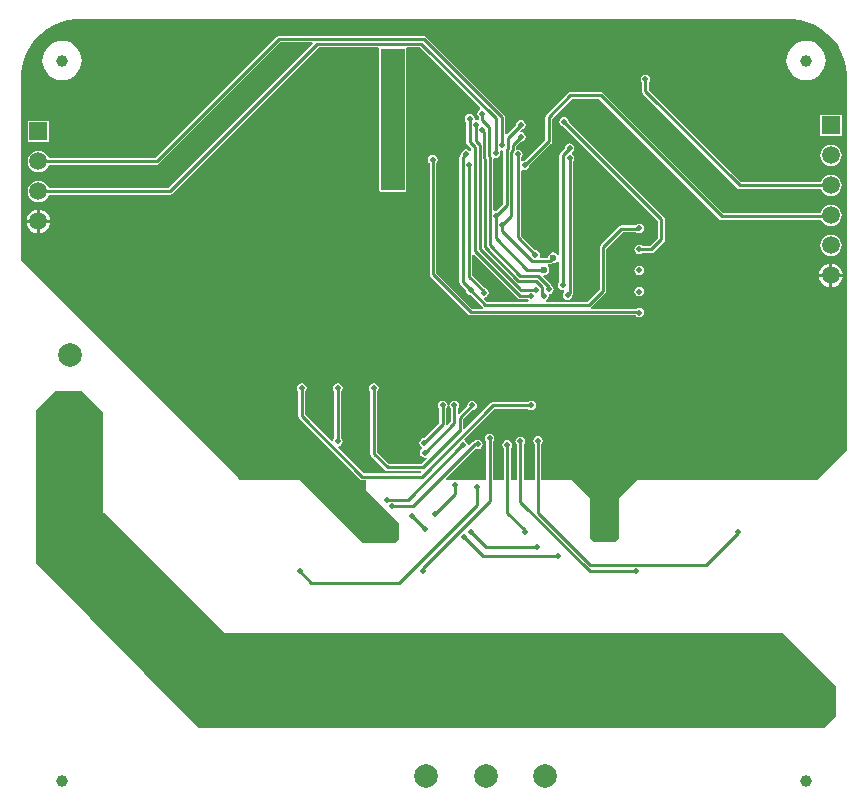
<source format=gbl>
G04*
G04 #@! TF.GenerationSoftware,Altium Limited,Altium Designer,18.1.9 (240)*
G04*
G04 Layer_Physical_Order=2*
G04 Layer_Color=16711680*
%FSLAX25Y25*%
%MOIN*%
G70*
G01*
G75*
%ADD50C,0.01181*%
%ADD51C,0.01000*%
%ADD57C,0.03937*%
%ADD58C,0.07874*%
%ADD59R,0.05906X0.05906*%
%ADD60C,0.05906*%
%ADD61C,0.01968*%
%ADD62C,0.02362*%
G36*
X366053Y357931D02*
X368546Y357263D01*
X370930Y356276D01*
X373165Y354986D01*
X375212Y353415D01*
X377037Y351590D01*
X378608Y349543D01*
X379898Y347308D01*
X380885Y344924D01*
X381553Y342431D01*
X381890Y339873D01*
X381890Y338583D01*
X381890Y338583D01*
X381890Y338583D01*
X381890Y214567D01*
X372047Y204724D01*
X311614Y204724D01*
X305709Y198819D01*
X305709Y185039D01*
X304528Y183858D01*
X297244Y183858D01*
X296063Y185039D01*
X296063Y198819D01*
X290158Y204724D01*
X279862D01*
Y216561D01*
X279882Y216574D01*
X280233Y217098D01*
X280356Y217717D01*
X280233Y218335D01*
X279882Y218859D01*
X279358Y219209D01*
X278740Y219332D01*
X278122Y219209D01*
X277598Y218859D01*
X277248Y218335D01*
X277125Y217717D01*
X277248Y217098D01*
X277598Y216574D01*
X277619Y216561D01*
Y204724D01*
X273956D01*
Y216363D01*
X273976Y216377D01*
X274326Y216901D01*
X274449Y217519D01*
X274326Y218137D01*
X273976Y218661D01*
X273452Y219012D01*
X272834Y219134D01*
X272216Y219012D01*
X271692Y218661D01*
X271342Y218137D01*
X271219Y217519D01*
X271342Y216901D01*
X271692Y216377D01*
X271713Y216363D01*
Y204724D01*
X269625D01*
Y215182D01*
X269646Y215196D01*
X269996Y215720D01*
X270119Y216338D01*
X269996Y216956D01*
X269646Y217480D01*
X269122Y217830D01*
X268503Y217953D01*
X267885Y217830D01*
X267361Y217480D01*
X267011Y216956D01*
X266888Y216338D01*
X267011Y215720D01*
X267361Y215196D01*
X267382Y215182D01*
Y204724D01*
X263720D01*
Y217348D01*
X263740Y217361D01*
X264090Y217885D01*
X264213Y218503D01*
X264090Y219122D01*
X263740Y219646D01*
X263216Y219996D01*
X262598Y220119D01*
X261980Y219996D01*
X261456Y219646D01*
X261106Y219122D01*
X260983Y218503D01*
X261106Y217885D01*
X261456Y217361D01*
X261476Y217348D01*
Y204724D01*
X248200D01*
X248009Y205186D01*
X257937Y215114D01*
X258043Y215043D01*
X258661Y214920D01*
X259280Y215043D01*
X259804Y215393D01*
X260154Y215917D01*
X260277Y216535D01*
X260154Y217154D01*
X259804Y217678D01*
X259280Y218028D01*
X258661Y218151D01*
X258043Y218028D01*
X257519Y217678D01*
X257465Y217596D01*
X257343Y217572D01*
X256979Y217329D01*
X256979Y217329D01*
X255835Y216184D01*
X255553Y216275D01*
X255343Y216400D01*
X255233Y216957D01*
X254882Y217481D01*
X254372Y217822D01*
X254300Y217876D01*
X254203Y218360D01*
X264222Y228379D01*
X275344D01*
X275358Y228358D01*
X275882Y228008D01*
X276500Y227885D01*
X277118Y228008D01*
X277642Y228358D01*
X277992Y228882D01*
X278115Y229500D01*
X277992Y230118D01*
X277642Y230642D01*
X277118Y230992D01*
X276500Y231115D01*
X275882Y230992D01*
X275358Y230642D01*
X275344Y230622D01*
X263757D01*
X263757Y230622D01*
X263328Y230536D01*
X262964Y230293D01*
X254222Y221550D01*
X253721Y221758D01*
Y224885D01*
X256726Y227890D01*
X256750Y227885D01*
X257368Y228008D01*
X257892Y228358D01*
X258242Y228882D01*
X258365Y229500D01*
X258242Y230118D01*
X257892Y230642D01*
X257368Y230992D01*
X256750Y231115D01*
X256132Y230992D01*
X255608Y230642D01*
X255258Y230118D01*
X255135Y229500D01*
X255140Y229476D01*
X252371Y226707D01*
X251909Y226898D01*
Y228372D01*
X251930Y228385D01*
X252280Y228909D01*
X252403Y229528D01*
X252280Y230146D01*
X251930Y230670D01*
X251406Y231020D01*
X250787Y231143D01*
X250169Y231020D01*
X249645Y230670D01*
X249295Y230146D01*
X249172Y229528D01*
X249295Y228909D01*
X249645Y228385D01*
X249666Y228372D01*
Y224002D01*
X248561Y222897D01*
X248100Y223144D01*
X248122Y223250D01*
Y228344D01*
X248142Y228358D01*
X248492Y228882D01*
X248615Y229500D01*
X248492Y230118D01*
X248142Y230642D01*
X247618Y230992D01*
X247000Y231115D01*
X246382Y230992D01*
X245858Y230642D01*
X245508Y230118D01*
X245385Y229500D01*
X245508Y228882D01*
X245858Y228358D01*
X245879Y228344D01*
Y223715D01*
X240774Y218610D01*
X240750Y218615D01*
X240132Y218492D01*
X239608Y218142D01*
X239258Y217618D01*
X239135Y217000D01*
X239258Y216382D01*
X239608Y215858D01*
X240005Y215592D01*
X240070Y215164D01*
X240043Y215016D01*
X239858Y214892D01*
X239508Y214368D01*
X239385Y213750D01*
X239508Y213132D01*
X239858Y212608D01*
X240382Y212258D01*
X241000Y212135D01*
X241426Y212220D01*
X241673Y211759D01*
X239882Y209968D01*
X229118D01*
X225137Y213949D01*
Y234080D01*
X225158Y234094D01*
X225508Y234618D01*
X225631Y235236D01*
X225508Y235854D01*
X225158Y236378D01*
X224634Y236729D01*
X224016Y236852D01*
X223398Y236729D01*
X222874Y236378D01*
X222523Y235854D01*
X222400Y235236D01*
X222523Y234618D01*
X222874Y234094D01*
X222894Y234080D01*
Y213484D01*
X222894Y213484D01*
X222980Y213055D01*
X223223Y212691D01*
X227860Y208054D01*
X227860Y208054D01*
X228224Y207811D01*
X228653Y207725D01*
X239689D01*
X239896Y207225D01*
X239543Y206872D01*
X220699D01*
X212148Y215423D01*
X212313Y215965D01*
X212626Y216027D01*
X213150Y216377D01*
X213500Y216901D01*
X213623Y217520D01*
X213500Y218138D01*
X213150Y218662D01*
X213129Y218676D01*
Y234080D01*
X213150Y234094D01*
X213500Y234618D01*
X213623Y235236D01*
X213500Y235854D01*
X213150Y236378D01*
X212626Y236729D01*
X212008Y236852D01*
X211390Y236729D01*
X210866Y236378D01*
X210515Y235854D01*
X210393Y235236D01*
X210515Y234618D01*
X210866Y234094D01*
X210886Y234080D01*
Y218676D01*
X210866Y218662D01*
X210515Y218138D01*
X210453Y217824D01*
X209911Y217660D01*
X201122Y226449D01*
Y234080D01*
X201142Y234094D01*
X201492Y234618D01*
X201615Y235236D01*
X201492Y235854D01*
X201142Y236378D01*
X200618Y236729D01*
X200000Y236852D01*
X199382Y236729D01*
X198858Y236378D01*
X198508Y235854D01*
X198385Y235236D01*
X198508Y234618D01*
X198858Y234094D01*
X198878Y234080D01*
Y225984D01*
X198878Y225984D01*
X198964Y225555D01*
X199207Y225191D01*
X219174Y205224D01*
D01*
X219441Y204957D01*
X219441Y204957D01*
X219805Y204714D01*
X220234Y204628D01*
X221260D01*
X221260Y201181D01*
X232283Y190157D01*
X232283Y184843D01*
X231102Y183661D01*
X220275Y183661D01*
X199213Y204724D01*
X179528D01*
X106299Y277953D01*
X106299Y338583D01*
X106299Y339873D01*
X106636Y342431D01*
X107304Y344924D01*
X108291Y347308D01*
X109581Y349542D01*
X111152Y351589D01*
X112977Y353414D01*
X115024Y354985D01*
X117259Y356275D01*
X119642Y357263D01*
X122135Y357930D01*
X124693Y358267D01*
X125983Y358267D01*
X125983Y358267D01*
X362205Y358268D01*
X363495Y358268D01*
X366053Y357931D01*
D02*
G37*
G36*
X133858Y227165D02*
X133858Y194094D01*
X174409Y153543D01*
X360276Y153543D01*
X377953Y135866D01*
X377953Y125984D01*
X374016Y122047D01*
X165436D01*
X111417Y176901D01*
Y227953D01*
X117716Y234252D01*
X126772Y234252D01*
X133858Y227165D01*
D02*
G37*
%LPC*%
G36*
X240644Y352796D02*
X240644Y352796D01*
X192384D01*
X192384Y352796D01*
X191954Y352711D01*
X191590Y352468D01*
X151110Y311988D01*
X115586D01*
X115308Y312658D01*
X114739Y313400D01*
X113996Y313969D01*
X113132Y314327D01*
X112205Y314450D01*
X111277Y314327D01*
X110413Y313969D01*
X109671Y313400D01*
X109101Y312658D01*
X108743Y311794D01*
X108621Y310866D01*
X108743Y309939D01*
X109101Y309074D01*
X109671Y308332D01*
X110413Y307763D01*
X111277Y307405D01*
X112205Y307283D01*
X113132Y307405D01*
X113996Y307763D01*
X114739Y308332D01*
X115308Y309074D01*
X115586Y309745D01*
X151575D01*
X151575Y309745D01*
X152004Y309830D01*
X152368Y310073D01*
X192848Y350553D01*
X203432D01*
X203623Y350091D01*
X155520Y301988D01*
X115586D01*
X115308Y302658D01*
X114739Y303400D01*
X113996Y303970D01*
X113132Y304327D01*
X112205Y304450D01*
X111277Y304327D01*
X110413Y303970D01*
X109671Y303400D01*
X109101Y302658D01*
X108743Y301794D01*
X108621Y300866D01*
X108743Y299939D01*
X109101Y299074D01*
X109671Y298332D01*
X110413Y297763D01*
X111277Y297405D01*
X112205Y297283D01*
X113132Y297405D01*
X113996Y297763D01*
X114739Y298332D01*
X115308Y299074D01*
X115586Y299745D01*
X155984D01*
X155984Y299745D01*
X156413Y299830D01*
X156777Y300073D01*
X205658Y348953D01*
X225406D01*
X225740Y348453D01*
X225729Y348425D01*
Y301181D01*
X225919Y300722D01*
X226378Y300532D01*
X234252D01*
X234711Y300722D01*
X234901Y301181D01*
Y348425D01*
X234890Y348453D01*
X235224Y348953D01*
X239375D01*
X259552Y328777D01*
X259390Y328231D01*
X258958Y327942D01*
X258608Y327418D01*
X258485Y326800D01*
X258608Y326182D01*
X258958Y325658D01*
X258979Y325644D01*
Y324911D01*
X258931Y324835D01*
X258615Y324575D01*
X258503Y324535D01*
X258100Y324615D01*
X257936Y324583D01*
X257583Y324936D01*
X257615Y325100D01*
X257492Y325718D01*
X257142Y326242D01*
X256618Y326592D01*
X256000Y326715D01*
X255382Y326592D01*
X254858Y326242D01*
X254508Y325718D01*
X254385Y325100D01*
X254508Y324482D01*
X254794Y324053D01*
Y317322D01*
X254794Y317321D01*
X254880Y316892D01*
X255123Y316529D01*
X256544Y315107D01*
Y314316D01*
X256044Y314165D01*
X255892Y314392D01*
X255368Y314742D01*
X254750Y314865D01*
X254132Y314742D01*
X253608Y314392D01*
X253258Y313868D01*
X253135Y313250D01*
X253140Y313226D01*
X252873Y312959D01*
X252630Y312595D01*
X252544Y312166D01*
X252544Y312166D01*
Y270547D01*
X252544Y270547D01*
X252630Y270118D01*
X252873Y269754D01*
X254689Y267938D01*
X254684Y267913D01*
X254807Y267295D01*
X255157Y266771D01*
X255681Y266421D01*
X256299Y266298D01*
X256324Y266303D01*
X260375Y262251D01*
X260343Y262035D01*
X260197Y261752D01*
X256764D01*
X244822Y273693D01*
Y310261D01*
X244843Y310275D01*
X245193Y310799D01*
X245316Y311417D01*
X245193Y312035D01*
X244843Y312560D01*
X244319Y312910D01*
X243701Y313033D01*
X243083Y312910D01*
X242559Y312560D01*
X242209Y312035D01*
X242086Y311417D01*
X242209Y310799D01*
X242559Y310275D01*
X242579Y310261D01*
Y273228D01*
X242579Y273228D01*
X242665Y272799D01*
X242908Y272435D01*
X255506Y259837D01*
X255506Y259837D01*
X255870Y259594D01*
X256299Y259508D01*
X256299Y259508D01*
X311249D01*
X311375Y259318D01*
X311900Y258968D01*
X312518Y258845D01*
X313136Y258968D01*
X313660Y259318D01*
X314010Y259842D01*
X314133Y260461D01*
X314010Y261079D01*
X313660Y261603D01*
X313136Y261953D01*
X312518Y262076D01*
X311900Y261953D01*
X311598Y261752D01*
X296692D01*
X296547Y262035D01*
X296515Y262251D01*
X301187Y266923D01*
X301187Y266923D01*
X301430Y267287D01*
X301515Y267717D01*
Y281819D01*
X306961Y287264D01*
X311515D01*
X311900Y287008D01*
X312518Y286885D01*
X313136Y287008D01*
X313660Y287358D01*
X314010Y287882D01*
X314133Y288500D01*
X314010Y289118D01*
X313660Y289642D01*
X313136Y289992D01*
X312518Y290115D01*
X311900Y289992D01*
X311375Y289642D01*
X311285Y289507D01*
X306496D01*
X306067Y289422D01*
X305703Y289179D01*
X305703Y289179D01*
X299601Y283077D01*
X299358Y282713D01*
X299272Y282283D01*
X299272Y282283D01*
Y268181D01*
X295205Y264114D01*
X281398D01*
X281318Y264608D01*
X281842Y264958D01*
X282192Y265482D01*
X282315Y266100D01*
X282315Y266100D01*
X282316Y266104D01*
X282400Y266585D01*
X283018Y266708D01*
X283542Y267058D01*
X283892Y267582D01*
X284015Y268200D01*
X283892Y268818D01*
X283542Y269342D01*
X283442Y269409D01*
X283436Y269440D01*
X283193Y269803D01*
X283193Y269803D01*
X280473Y272524D01*
X280708Y272987D01*
X281403Y273125D01*
X281992Y273518D01*
X282386Y274108D01*
X282524Y274803D01*
X282386Y275498D01*
X282021Y276044D01*
X282070Y276251D01*
X282207Y276544D01*
X282784D01*
X282784Y276544D01*
X283213Y276630D01*
X283577Y276873D01*
X283666Y276962D01*
X283858Y276924D01*
X284553Y277062D01*
X285142Y277456D01*
X285386Y277821D01*
X285886Y277670D01*
Y270661D01*
X285858Y270642D01*
X285508Y270118D01*
X285385Y269500D01*
X285508Y268882D01*
X285858Y268358D01*
X286382Y268008D01*
X287000Y267885D01*
X287314Y267947D01*
X287509Y267476D01*
X287458Y267442D01*
X287108Y266918D01*
X286985Y266300D01*
X287108Y265682D01*
X287458Y265158D01*
X287982Y264808D01*
X288600Y264685D01*
X289218Y264808D01*
X289742Y265158D01*
X290092Y265682D01*
X290215Y266300D01*
X290198Y266388D01*
X290286Y266521D01*
X290372Y266950D01*
X290371Y266950D01*
Y310844D01*
X290392Y310858D01*
X290742Y311382D01*
X290865Y312000D01*
X290742Y312618D01*
X290392Y313142D01*
X290105Y313334D01*
Y313916D01*
X290392Y314108D01*
X290742Y314632D01*
X290865Y315250D01*
X290742Y315868D01*
X290392Y316392D01*
X289868Y316742D01*
X289250Y316865D01*
X288632Y316742D01*
X288108Y316392D01*
X287758Y315868D01*
X287635Y315250D01*
X287640Y315226D01*
X286215Y313801D01*
X285972Y313437D01*
X285886Y313008D01*
X285886Y313008D01*
Y279811D01*
X285386Y279659D01*
X285142Y280024D01*
X284553Y280418D01*
X283858Y280556D01*
X283163Y280418D01*
X282574Y280024D01*
X282181Y279435D01*
X282052Y278787D01*
X279568D01*
X279273Y279287D01*
X279365Y279750D01*
X279242Y280368D01*
X278892Y280892D01*
X278368Y281242D01*
X277750Y281365D01*
X277726Y281360D01*
X273122Y285965D01*
Y307818D01*
X273563Y308054D01*
X273632Y308008D01*
X274250Y307885D01*
X274868Y308008D01*
X275392Y308358D01*
X275742Y308882D01*
X275865Y309500D01*
X275860Y309524D01*
X283077Y316740D01*
X283077Y316740D01*
X283320Y317104D01*
X283405Y317533D01*
X283405Y317533D01*
Y325126D01*
X290032Y331752D01*
X299142D01*
X339168Y291727D01*
X339531Y291483D01*
X339961Y291398D01*
X339961Y291398D01*
X373128D01*
X373275Y291043D01*
X373844Y290301D01*
X374586Y289731D01*
X375450Y289373D01*
X376378Y289251D01*
X377305Y289373D01*
X378170Y289731D01*
X378912Y290301D01*
X379481Y291043D01*
X379839Y291907D01*
X379961Y292835D01*
X379839Y293762D01*
X379481Y294626D01*
X378912Y295369D01*
X378170Y295938D01*
X377305Y296296D01*
X376378Y296418D01*
X375450Y296296D01*
X374586Y295938D01*
X373844Y295369D01*
X373275Y294626D01*
X372917Y293762D01*
X372901Y293641D01*
X340425D01*
X300399Y333667D01*
X300036Y333910D01*
X299606Y333996D01*
X299606Y333996D01*
X289567D01*
X289138Y333910D01*
X288774Y333667D01*
X288774Y333667D01*
X281490Y326384D01*
X281247Y326020D01*
X281162Y325590D01*
X281162Y325590D01*
Y317998D01*
X274274Y311110D01*
X274250Y311115D01*
X273632Y310992D01*
X273563Y310946D01*
X273122Y311182D01*
Y312044D01*
X273142Y312058D01*
X273492Y312582D01*
X273615Y313200D01*
X273492Y313818D01*
X273142Y314342D01*
X272618Y314692D01*
X272000Y314815D01*
X271892Y314794D01*
X271506Y315111D01*
Y315920D01*
X272976Y317390D01*
X273000Y317385D01*
X273618Y317508D01*
X274142Y317858D01*
X274492Y318382D01*
X274615Y319000D01*
X274492Y319618D01*
X274142Y320142D01*
X273618Y320492D01*
X273000Y320615D01*
X272886Y320593D01*
X272639Y321053D01*
X272976Y321390D01*
X273000Y321385D01*
X273618Y321508D01*
X274142Y321858D01*
X274492Y322382D01*
X274615Y323000D01*
X274492Y323618D01*
X274142Y324142D01*
X273618Y324492D01*
X273000Y324615D01*
X272382Y324492D01*
X271858Y324142D01*
X271508Y323618D01*
X271385Y323000D01*
X271390Y322976D01*
X268321Y319908D01*
X267822Y320115D01*
Y325619D01*
X267822Y325619D01*
X267736Y326048D01*
X267493Y326412D01*
X267493Y326412D01*
X241437Y352468D01*
X241073Y352711D01*
X240644Y352796D01*
D02*
G37*
G36*
X368110Y351025D02*
X366835Y350900D01*
X365609Y350528D01*
X364478Y349923D01*
X363488Y349111D01*
X362675Y348120D01*
X362071Y346990D01*
X361699Y345763D01*
X361573Y344488D01*
X361699Y343213D01*
X362071Y341987D01*
X362675Y340856D01*
X363488Y339866D01*
X364478Y339053D01*
X365609Y338449D01*
X366835Y338077D01*
X368110Y337951D01*
X369386Y338077D01*
X370612Y338449D01*
X371742Y339053D01*
X372733Y339866D01*
X373546Y340856D01*
X374150Y341987D01*
X374522Y343213D01*
X374647Y344488D01*
X374522Y345763D01*
X374150Y346990D01*
X373546Y348120D01*
X372733Y349111D01*
X371742Y349923D01*
X370612Y350528D01*
X369386Y350900D01*
X368110Y351025D01*
D02*
G37*
G36*
X120079D02*
X118803Y350900D01*
X117577Y350528D01*
X116447Y349923D01*
X115456Y349111D01*
X114643Y348120D01*
X114039Y346990D01*
X113667Y345763D01*
X113542Y344488D01*
X113667Y343213D01*
X114039Y341987D01*
X114643Y340856D01*
X115456Y339866D01*
X116447Y339053D01*
X117577Y338449D01*
X118803Y338077D01*
X120079Y337951D01*
X121354Y338077D01*
X122580Y338449D01*
X123711Y339053D01*
X124701Y339866D01*
X125514Y340856D01*
X126118Y341987D01*
X126490Y343213D01*
X126616Y344488D01*
X126490Y345763D01*
X126118Y346990D01*
X125514Y348120D01*
X124701Y349111D01*
X123711Y349923D01*
X122580Y350528D01*
X121354Y350900D01*
X120079Y351025D01*
D02*
G37*
G36*
X379931Y326387D02*
X372825D01*
Y319282D01*
X379931D01*
Y326387D01*
D02*
G37*
G36*
X115758Y324419D02*
X108652D01*
Y317313D01*
X115758D01*
Y324419D01*
D02*
G37*
G36*
X376378Y316418D02*
X375450Y316296D01*
X374586Y315938D01*
X373844Y315369D01*
X373275Y314626D01*
X372917Y313762D01*
X372795Y312835D01*
X372917Y311907D01*
X373275Y311043D01*
X373844Y310301D01*
X374586Y309731D01*
X375450Y309373D01*
X376378Y309251D01*
X377305Y309373D01*
X378170Y309731D01*
X378912Y310301D01*
X379481Y311043D01*
X379839Y311907D01*
X379961Y312835D01*
X379839Y313762D01*
X379481Y314626D01*
X378912Y315369D01*
X378170Y315938D01*
X377305Y316296D01*
X376378Y316418D01*
D02*
G37*
G36*
X314567Y339804D02*
X313949Y339681D01*
X313425Y339331D01*
X313075Y338807D01*
X312952Y338189D01*
X313075Y337571D01*
X313425Y337047D01*
X313445Y337033D01*
Y334252D01*
X313445Y334252D01*
X313531Y333823D01*
X313774Y333459D01*
X345191Y302042D01*
X345555Y301799D01*
X345984Y301713D01*
X345984Y301713D01*
X372997D01*
X373275Y301043D01*
X373844Y300301D01*
X374586Y299731D01*
X375450Y299373D01*
X376378Y299251D01*
X377305Y299373D01*
X378170Y299731D01*
X378912Y300301D01*
X379481Y301043D01*
X379839Y301907D01*
X379961Y302835D01*
X379839Y303762D01*
X379481Y304626D01*
X378912Y305368D01*
X378170Y305938D01*
X377305Y306296D01*
X376378Y306418D01*
X375450Y306296D01*
X374586Y305938D01*
X373844Y305368D01*
X373275Y304626D01*
X372997Y303956D01*
X346449D01*
X315688Y334717D01*
Y337033D01*
X315709Y337047D01*
X316059Y337571D01*
X316182Y338189D01*
X316059Y338807D01*
X315709Y339331D01*
X315185Y339681D01*
X314567Y339804D01*
D02*
G37*
G36*
X112705Y294787D02*
Y291366D01*
X116126D01*
X116056Y291898D01*
X115657Y292860D01*
X115024Y293685D01*
X114198Y294319D01*
X113237Y294717D01*
X112705Y294787D01*
D02*
G37*
G36*
X111705D02*
X111173Y294717D01*
X110211Y294319D01*
X109386Y293685D01*
X108752Y292860D01*
X108354Y291898D01*
X108284Y291366D01*
X111705D01*
Y294787D01*
D02*
G37*
G36*
X116126Y290366D02*
X112705D01*
Y286945D01*
X113237Y287015D01*
X114198Y287413D01*
X115024Y288047D01*
X115657Y288873D01*
X116056Y289834D01*
X116126Y290366D01*
D02*
G37*
G36*
X111705D02*
X108284D01*
X108354Y289834D01*
X108752Y288873D01*
X109386Y288047D01*
X110211Y287413D01*
X111173Y287015D01*
X111705Y286945D01*
Y290366D01*
D02*
G37*
G36*
X287402Y325631D02*
X286783Y325508D01*
X286259Y325158D01*
X285909Y324634D01*
X285786Y324016D01*
X285909Y323398D01*
X286259Y322874D01*
X286783Y322523D01*
X287402Y322400D01*
X287426Y322405D01*
X318760Y291071D01*
Y285307D01*
X316071Y282618D01*
X313676D01*
X313660Y282642D01*
X313136Y282992D01*
X312518Y283115D01*
X311900Y282992D01*
X311375Y282642D01*
X311025Y282118D01*
X310902Y281500D01*
X311025Y280882D01*
X311375Y280358D01*
X311900Y280008D01*
X312518Y279885D01*
X313136Y280008D01*
X313660Y280358D01*
X313671Y280375D01*
X316535D01*
X316535Y280375D01*
X316965Y280460D01*
X317329Y280703D01*
X320675Y284049D01*
X320675Y284050D01*
X320918Y284413D01*
X321004Y284842D01*
X321003Y284843D01*
Y291535D01*
X321004Y291535D01*
X320918Y291965D01*
X320675Y292329D01*
X320675Y292329D01*
X289012Y323991D01*
X289017Y324016D01*
X288894Y324634D01*
X288544Y325158D01*
X288020Y325508D01*
X287402Y325631D01*
D02*
G37*
G36*
X376378Y286418D02*
X375450Y286296D01*
X374586Y285938D01*
X373844Y285368D01*
X373275Y284626D01*
X372917Y283762D01*
X372795Y282835D01*
X372917Y281907D01*
X373275Y281043D01*
X373844Y280301D01*
X374586Y279731D01*
X375450Y279373D01*
X376378Y279251D01*
X377305Y279373D01*
X378170Y279731D01*
X378912Y280301D01*
X379481Y281043D01*
X379839Y281907D01*
X379961Y282835D01*
X379839Y283762D01*
X379481Y284626D01*
X378912Y285368D01*
X378170Y285938D01*
X377305Y286296D01*
X376378Y286418D01*
D02*
G37*
G36*
X376878Y276756D02*
Y273335D01*
X380299D01*
X380229Y273867D01*
X379831Y274828D01*
X379197Y275654D01*
X378371Y276287D01*
X377410Y276686D01*
X376878Y276756D01*
D02*
G37*
G36*
X375878Y276756D02*
X375346Y276686D01*
X374384Y276287D01*
X373559Y275654D01*
X372925Y274828D01*
X372527Y273867D01*
X372457Y273335D01*
X375878D01*
Y276756D01*
D02*
G37*
G36*
X312518Y276115D02*
X311900Y275992D01*
X311375Y275642D01*
X311025Y275118D01*
X310902Y274500D01*
X311025Y273882D01*
X311375Y273358D01*
X311900Y273008D01*
X312518Y272885D01*
X313136Y273008D01*
X313660Y273358D01*
X314010Y273882D01*
X314133Y274500D01*
X314010Y275118D01*
X313660Y275642D01*
X313136Y275992D01*
X312518Y276115D01*
D02*
G37*
G36*
X380299Y272335D02*
X376878D01*
Y268914D01*
X377410Y268984D01*
X378371Y269382D01*
X379197Y270016D01*
X379831Y270841D01*
X380229Y271803D01*
X380299Y272335D01*
D02*
G37*
G36*
X375878D02*
X372457D01*
X372527Y271803D01*
X372925Y270841D01*
X373559Y270016D01*
X374384Y269382D01*
X375346Y268984D01*
X375878Y268914D01*
Y272335D01*
D02*
G37*
G36*
X312518Y269076D02*
X311900Y268953D01*
X311375Y268603D01*
X311025Y268079D01*
X310902Y267461D01*
X311025Y266843D01*
X311375Y266318D01*
X311900Y265968D01*
X312518Y265845D01*
X313136Y265968D01*
X313660Y266318D01*
X314010Y266843D01*
X314133Y267461D01*
X314010Y268079D01*
X313660Y268603D01*
X313136Y268953D01*
X312518Y269076D01*
D02*
G37*
%LPD*%
G36*
X267128Y314210D02*
Y296715D01*
X264774Y294360D01*
X264750Y294365D01*
X264256Y294267D01*
X263756Y294547D01*
Y311603D01*
X264256Y311953D01*
X264600Y311885D01*
X265218Y312008D01*
X265742Y312358D01*
X266092Y312882D01*
X266215Y313500D01*
X266096Y314098D01*
X266221Y314314D01*
X266368Y314539D01*
X266745Y314556D01*
X267128Y314210D01*
D02*
G37*
G36*
X234252Y301181D02*
X226378D01*
Y348425D01*
X234252D01*
Y301181D01*
D02*
G37*
G36*
X271944Y265207D02*
X271944Y265207D01*
X272308Y264964D01*
X272737Y264878D01*
X272737Y264879D01*
X275343D01*
X275346Y264875D01*
X275358Y264858D01*
X275375Y264846D01*
X275632Y264589D01*
X275480Y264114D01*
X261685D01*
X260770Y265028D01*
X260935Y265571D01*
X261247Y265633D01*
X261772Y265983D01*
X262122Y266507D01*
X262245Y267126D01*
X262122Y267744D01*
X261772Y268268D01*
X261247Y268618D01*
X261149Y268637D01*
X256872Y272915D01*
Y279573D01*
X257371Y279780D01*
X271944Y265207D01*
D02*
G37*
D50*
X242719Y234573D02*
D03*
Y239691D02*
D03*
Y244809D02*
D03*
Y249927D02*
D03*
X247837Y234573D02*
D03*
Y239691D02*
D03*
Y244809D02*
D03*
Y249927D02*
D03*
X252955Y234573D02*
D03*
Y239691D02*
D03*
Y244809D02*
D03*
Y249927D02*
D03*
X258073Y234573D02*
D03*
Y239691D02*
D03*
Y244809D02*
D03*
Y249927D02*
D03*
X263191Y234573D02*
D03*
Y239691D02*
D03*
Y244809D02*
D03*
Y249927D02*
D03*
X268309Y234573D02*
D03*
Y239691D02*
D03*
Y244809D02*
D03*
Y249927D02*
D03*
X288781Y234573D02*
D03*
Y239691D02*
D03*
Y244809D02*
D03*
Y249927D02*
D03*
X283663Y234573D02*
D03*
Y239691D02*
D03*
Y244809D02*
D03*
Y249927D02*
D03*
X273427Y234573D02*
D03*
Y239691D02*
D03*
Y244809D02*
D03*
Y249927D02*
D03*
X278545D02*
D03*
Y244809D02*
D03*
Y239691D02*
D03*
Y234573D02*
D03*
D51*
X224016Y213484D02*
Y235236D01*
Y213484D02*
X228653Y208847D01*
X212008Y217520D02*
Y235236D01*
X200000Y225984D02*
X220234Y205750D01*
X200000Y225984D02*
Y235236D01*
X262598Y197598D02*
Y218503D01*
X240250Y175250D02*
X262598Y197598D01*
X268503Y193788D02*
Y216338D01*
X272834Y197344D02*
Y217519D01*
X278740Y193702D02*
Y217717D01*
X278740Y193701D02*
X278740Y193702D01*
X257772Y216535D02*
X258661D01*
X263757Y229500D02*
X276500D01*
X237236Y196000D02*
X257772Y216535D01*
X240007Y205750D02*
X263757Y229500D01*
X253543Y216339D02*
X253740D01*
X235289Y198084D02*
X253543Y216339D01*
X278740Y193701D02*
X296063Y176378D01*
X272834Y197344D02*
X295928Y174250D01*
X311250D01*
X268503Y193788D02*
X274250Y188041D01*
Y187250D02*
Y188041D01*
X228399Y198084D02*
X235289D01*
X220234Y205750D02*
X240007D01*
X260629Y267126D02*
Y267571D01*
X255750Y272450D02*
X260629Y267571D01*
X253666Y270547D02*
X256299Y267913D01*
X253666Y270547D02*
Y312166D01*
X261221Y262992D02*
X295669D01*
X256299Y267913D02*
X261221Y262992D01*
X312348Y260630D02*
X312518Y260461D01*
X256299Y260630D02*
X312348D01*
X312598Y281496D02*
X316535D01*
X319882Y284842D01*
Y291535D01*
X300394Y282283D02*
X306496Y288386D01*
X312402D01*
X287402Y324016D02*
X319882Y291535D01*
X300394Y267717D02*
Y282283D01*
X112205Y310630D02*
X112441Y310866D01*
X151575D01*
X112205Y300787D02*
X112284Y300866D01*
X155984D01*
X345984Y302835D02*
X376378D01*
X314567Y334252D02*
X345984Y302835D01*
X314567Y334252D02*
Y338189D01*
X339961Y292520D02*
X375984D01*
X299606Y332874D02*
X339961Y292520D01*
X289567Y332874D02*
X299606D01*
X250787Y223537D02*
Y229528D01*
X241000Y213750D02*
X250787Y223537D01*
X252600Y221100D02*
Y225350D01*
X252500Y221000D02*
X252600Y221100D01*
Y225350D02*
X256750Y229500D01*
X266800Y287752D02*
X276887Y277666D01*
X282784D01*
X283858Y278740D01*
X266800Y287752D02*
Y289500D01*
X264716Y285284D02*
Y292716D01*
Y285284D02*
X275197Y274803D01*
X264716Y292716D02*
X264750Y292750D01*
X266800Y289500D02*
Y289550D01*
X269850Y292600D01*
Y314140D01*
X257916Y322816D02*
X258100Y323000D01*
X257916Y317584D02*
Y322816D01*
X257834Y280903D02*
Y310363D01*
Y280903D02*
X272737Y266000D01*
X259434Y281566D02*
Y311026D01*
Y281566D02*
X272750Y268250D01*
X272772Y272753D02*
X278657D01*
X282400Y269010D01*
Y268200D02*
Y269010D01*
X268784Y315337D02*
Y318784D01*
X273000Y323000D01*
X272000Y285500D02*
Y313200D01*
Y285500D02*
X277750Y279750D01*
X239840Y350075D02*
X264600Y325315D01*
Y313500D02*
Y325315D01*
X151575Y310866D02*
X192384Y351675D01*
X240644D01*
X266700Y325619D01*
Y316200D02*
Y325619D01*
X280234Y266566D02*
Y268913D01*
X277994Y271153D02*
X280234Y268913D01*
X272110Y271153D02*
X277994D01*
X260866Y311857D02*
Y320384D01*
X260000Y321250D02*
X260866Y320384D01*
X261034Y282228D02*
Y311689D01*
Y282228D02*
X272110Y271153D01*
X260100Y324706D02*
X262466Y322340D01*
Y312520D02*
Y322340D01*
X262634Y282891D02*
Y312351D01*
Y282891D02*
X272772Y272753D01*
X253666Y312166D02*
X254750Y313250D01*
X257916Y317584D02*
X259266Y316234D01*
X255916Y317321D02*
Y325016D01*
Y317321D02*
X257666Y315571D01*
X272737Y266000D02*
X276500D01*
X255916Y325016D02*
X256000Y325100D01*
X262466Y312520D02*
X262634Y312351D01*
X260866Y311857D02*
X261034Y311689D01*
X259266Y311195D02*
Y316234D01*
Y311195D02*
X259434Y311026D01*
X257666Y310532D02*
Y315571D01*
Y310532D02*
X257834Y310363D01*
X272900Y268100D02*
X278100D01*
X272750Y268250D02*
X272900Y268100D01*
X260100Y324706D02*
Y326800D01*
X205193Y350075D02*
X239840D01*
X270384Y316384D02*
X273000Y319000D01*
X270384Y314674D02*
Y316384D01*
X269850Y314140D02*
X270384Y314674D01*
X268250Y314802D02*
X268784Y315337D01*
X268250Y296250D02*
Y314802D01*
X280234Y266566D02*
X280700Y266100D01*
X255750Y272450D02*
Y309500D01*
X289250Y266950D02*
Y312000D01*
X288600Y266300D02*
X289250Y266950D01*
X244250Y193250D02*
X251100Y200100D01*
Y203100D01*
X228346Y198031D02*
X228399Y198084D01*
X230000Y196000D02*
X237236D01*
X258250Y196250D02*
Y202250D01*
X155984Y300866D02*
X205193Y350075D01*
X376378Y302756D02*
Y302835D01*
X282283Y325590D02*
X289567Y332874D01*
X295669Y262992D02*
X300394Y267717D01*
X275197Y274803D02*
X280708D01*
X287008Y313008D02*
X289250Y315250D01*
X287008Y269508D02*
Y313008D01*
X287000Y269500D02*
X287008Y269508D01*
X243701Y273228D02*
X256299Y260630D01*
X243701Y273228D02*
Y311417D01*
X282283Y317533D02*
Y325590D01*
X274250Y309500D02*
X282283Y317533D01*
X334646Y176378D02*
X345276Y187008D01*
X296063Y176378D02*
X334646D01*
X232472Y170472D02*
X258250Y196250D01*
X203028Y170472D02*
X232472D01*
X199250Y174250D02*
X203028Y170472D01*
X240250Y174250D02*
Y175250D01*
X228653Y208847D02*
X240347D01*
X252500Y221000D01*
X254000Y185750D02*
X260500Y179250D01*
X285250D01*
X256250Y187250D02*
X261250Y182250D01*
X278250D01*
X236750Y192500D02*
X241000Y188250D01*
X264750Y292750D02*
X268250Y296250D01*
X247000Y223250D02*
Y229500D01*
X240750Y217000D02*
X247000Y223250D01*
D57*
X120079Y104331D02*
D03*
Y344488D02*
D03*
X368110D02*
D03*
Y104331D02*
D03*
D58*
X280935Y106000D02*
D03*
X261250D02*
D03*
X241565D02*
D03*
X122835Y246457D02*
D03*
Y226772D02*
D03*
D59*
X112205Y320866D02*
D03*
X376378Y322835D02*
D03*
D60*
X112205Y310866D02*
D03*
Y300866D02*
D03*
Y290866D02*
D03*
X376378Y272835D02*
D03*
Y282835D02*
D03*
Y292835D02*
D03*
Y302835D02*
D03*
Y312835D02*
D03*
D61*
X224016Y235236D02*
D03*
X212008D02*
D03*
X200000D02*
D03*
X262598Y218503D02*
D03*
X268503Y216338D02*
D03*
X272834Y217519D02*
D03*
X278740Y217717D02*
D03*
X258661Y216535D02*
D03*
X253740Y216339D02*
D03*
X276500Y229500D02*
D03*
X260629Y267126D02*
D03*
X256299Y267913D02*
D03*
X167520Y344094D02*
D03*
X177165Y284842D02*
D03*
X227417Y213356D02*
D03*
X231354Y236978D02*
D03*
X212008Y217520D02*
D03*
X250787Y229528D02*
D03*
X297638Y189567D02*
D03*
X304134D02*
D03*
X300984D02*
D03*
X297835Y185630D02*
D03*
X299410Y187598D02*
D03*
X302559D02*
D03*
X303937Y185630D02*
D03*
X300984D02*
D03*
X224803Y185433D02*
D03*
Y189370D02*
D03*
X230315D02*
D03*
X227559D02*
D03*
Y185433D02*
D03*
X230315D02*
D03*
X226181Y187402D02*
D03*
X228937D02*
D03*
X266800Y289500D02*
D03*
X287400Y327100D02*
D03*
X258100Y323000D02*
D03*
X278100Y268100D02*
D03*
X282400Y268200D02*
D03*
X260100Y326800D02*
D03*
X272000Y313200D02*
D03*
X266700Y316200D02*
D03*
X264600Y313500D02*
D03*
X260000Y321250D02*
D03*
X256000Y325100D02*
D03*
X241500Y274500D02*
D03*
X280700Y266100D02*
D03*
X255750Y309500D02*
D03*
X288600Y266300D02*
D03*
X251100Y203100D02*
D03*
X230000Y196000D02*
D03*
X228346Y198031D02*
D03*
X258250Y202250D02*
D03*
X227937Y344530D02*
D03*
Y346892D02*
D03*
X230299Y344530D02*
D03*
Y346892D02*
D03*
X232661Y344530D02*
D03*
Y346892D02*
D03*
X224000Y330750D02*
D03*
X314567Y338189D02*
D03*
X250394Y284252D02*
D03*
X277165Y285433D02*
D03*
X287402Y324016D02*
D03*
X294094Y274016D02*
D03*
X230299Y302797D02*
D03*
Y305159D02*
D03*
X232661D02*
D03*
X227937D02*
D03*
X232661Y302797D02*
D03*
X227953Y302756D02*
D03*
X243701Y311417D02*
D03*
X241000Y213750D02*
D03*
X256750Y229500D02*
D03*
X221000Y293250D02*
D03*
X209000D02*
D03*
X197000Y293500D02*
D03*
X339768Y267461D02*
D03*
Y260461D02*
D03*
Y288250D02*
D03*
Y281250D02*
D03*
Y274250D02*
D03*
X257250Y354000D02*
D03*
X262500Y340500D02*
D03*
X283500Y340000D02*
D03*
X303250Y325000D02*
D03*
X244250Y193250D02*
D03*
X254000Y185750D02*
D03*
X256250Y187250D02*
D03*
X236750Y192500D02*
D03*
X241000Y188250D02*
D03*
X236750Y315000D02*
D03*
X224000Y305750D02*
D03*
X240750Y263750D02*
D03*
X254750Y313250D02*
D03*
X273000Y323000D02*
D03*
X264750Y292750D02*
D03*
X273000Y319000D02*
D03*
X277750Y279750D02*
D03*
X274250Y309500D02*
D03*
X289250Y312000D02*
D03*
Y315250D02*
D03*
X287000Y269500D02*
D03*
X312518Y267461D02*
D03*
X240750Y217000D02*
D03*
X247000Y229500D02*
D03*
X276500Y266000D02*
D03*
X312518Y260461D02*
D03*
Y274500D02*
D03*
Y281500D02*
D03*
Y288500D02*
D03*
X285250Y179250D02*
D03*
X278250Y182250D02*
D03*
X274250Y187250D02*
D03*
X199250Y174250D02*
D03*
X311250D02*
D03*
X240250D02*
D03*
X345250Y187250D02*
D03*
D62*
X280708Y274803D02*
D03*
X283858Y278740D02*
D03*
X234000Y135000D02*
D03*
Y132000D02*
D03*
X231000Y135000D02*
D03*
Y138000D02*
D03*
X228000D02*
D03*
X225000Y141000D02*
D03*
Y144000D02*
D03*
Y138000D02*
D03*
Y135000D02*
D03*
X228000D02*
D03*
Y132000D02*
D03*
X225000D02*
D03*
X231000D02*
D03*
X228000Y141000D02*
D03*
X305000Y135000D02*
D03*
Y132000D02*
D03*
X302000Y135000D02*
D03*
Y138000D02*
D03*
X299000D02*
D03*
X296000Y141000D02*
D03*
Y144000D02*
D03*
Y138000D02*
D03*
Y135000D02*
D03*
X299000D02*
D03*
Y132000D02*
D03*
X296000D02*
D03*
X302000D02*
D03*
X299000Y141000D02*
D03*
X370000D02*
D03*
X373000Y132000D02*
D03*
X367000D02*
D03*
X370000D02*
D03*
Y135000D02*
D03*
X367000D02*
D03*
Y138000D02*
D03*
Y144000D02*
D03*
Y141000D02*
D03*
X370000Y138000D02*
D03*
X373000D02*
D03*
Y135000D02*
D03*
X376000Y132000D02*
D03*
Y135000D02*
D03*
M02*

</source>
